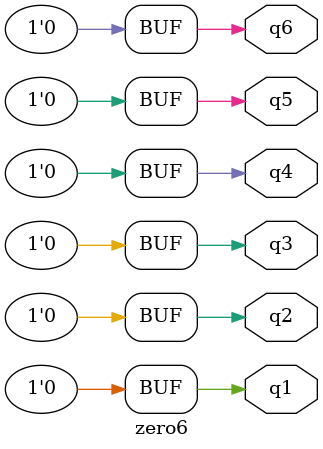
<source format=sv>
module zero6(output bit q1, q2, q3, q4, q5, q6);
  always_comb begin
    q1 = 0;
    q2 = 0;
    q3 = 0;
    q4 = 0;
    q5 = 0;
    q6 = 0;
  end
endmodule // just_six_zero

</source>
